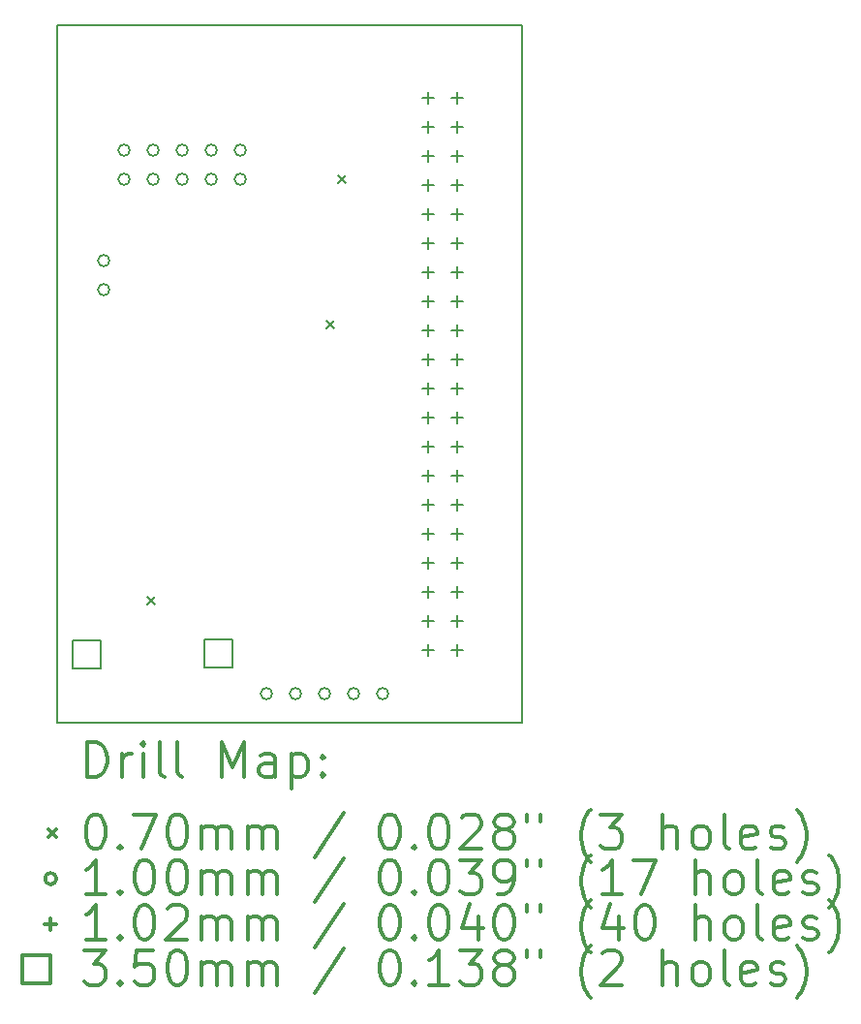
<source format=gbr>
%FSLAX45Y45*%
G04 Gerber Fmt 4.5, Leading zero omitted, Abs format (unit mm)*
G04 Created by KiCad (PCBNEW 4.0.6) date 10/02/17 17:06:12*
%MOMM*%
%LPD*%
G01*
G04 APERTURE LIST*
%ADD10C,0.127000*%
%ADD11C,0.150000*%
%ADD12C,0.200000*%
%ADD13C,0.300000*%
G04 APERTURE END LIST*
D10*
D11*
X13233400Y-5994400D02*
X13233400Y-12090400D01*
X17297400Y-5994400D02*
X13233400Y-5994400D01*
X17297400Y-12090400D02*
X13233400Y-12090400D01*
X17297400Y-5994400D02*
X17297400Y-12090400D01*
D12*
X14017550Y-10987330D02*
X14087550Y-11057330D01*
X14087550Y-10987330D02*
X14017550Y-11057330D01*
X15586000Y-8575600D02*
X15656000Y-8645600D01*
X15656000Y-8575600D02*
X15586000Y-8645600D01*
X15687600Y-7305600D02*
X15757600Y-7375600D01*
X15757600Y-7305600D02*
X15687600Y-7375600D01*
X13689800Y-8051800D02*
G75*
G03X13689800Y-8051800I-50000J0D01*
G01*
X13689800Y-8305800D02*
G75*
G03X13689800Y-8305800I-50000J0D01*
G01*
X13867600Y-7086600D02*
G75*
G03X13867600Y-7086600I-50000J0D01*
G01*
X13867600Y-7340600D02*
G75*
G03X13867600Y-7340600I-50000J0D01*
G01*
X14121600Y-7086600D02*
G75*
G03X14121600Y-7086600I-50000J0D01*
G01*
X14121600Y-7340600D02*
G75*
G03X14121600Y-7340600I-50000J0D01*
G01*
X14375600Y-7086600D02*
G75*
G03X14375600Y-7086600I-50000J0D01*
G01*
X14375600Y-7340600D02*
G75*
G03X14375600Y-7340600I-50000J0D01*
G01*
X14629600Y-7086600D02*
G75*
G03X14629600Y-7086600I-50000J0D01*
G01*
X14629600Y-7340600D02*
G75*
G03X14629600Y-7340600I-50000J0D01*
G01*
X14883600Y-7086600D02*
G75*
G03X14883600Y-7086600I-50000J0D01*
G01*
X14883600Y-7340600D02*
G75*
G03X14883600Y-7340600I-50000J0D01*
G01*
X15112200Y-11836400D02*
G75*
G03X15112200Y-11836400I-50000J0D01*
G01*
X15366200Y-11836400D02*
G75*
G03X15366200Y-11836400I-50000J0D01*
G01*
X15620200Y-11836400D02*
G75*
G03X15620200Y-11836400I-50000J0D01*
G01*
X15874200Y-11836400D02*
G75*
G03X15874200Y-11836400I-50000J0D01*
G01*
X16128200Y-11836400D02*
G75*
G03X16128200Y-11836400I-50000J0D01*
G01*
X16471900Y-6578600D02*
X16471900Y-6680200D01*
X16421100Y-6629400D02*
X16522700Y-6629400D01*
X16471900Y-6832600D02*
X16471900Y-6934200D01*
X16421100Y-6883400D02*
X16522700Y-6883400D01*
X16471900Y-7086600D02*
X16471900Y-7188200D01*
X16421100Y-7137400D02*
X16522700Y-7137400D01*
X16471900Y-7340600D02*
X16471900Y-7442200D01*
X16421100Y-7391400D02*
X16522700Y-7391400D01*
X16471900Y-7594600D02*
X16471900Y-7696200D01*
X16421100Y-7645400D02*
X16522700Y-7645400D01*
X16471900Y-7848600D02*
X16471900Y-7950200D01*
X16421100Y-7899400D02*
X16522700Y-7899400D01*
X16471900Y-8102600D02*
X16471900Y-8204200D01*
X16421100Y-8153400D02*
X16522700Y-8153400D01*
X16471900Y-8356600D02*
X16471900Y-8458200D01*
X16421100Y-8407400D02*
X16522700Y-8407400D01*
X16471900Y-8610600D02*
X16471900Y-8712200D01*
X16421100Y-8661400D02*
X16522700Y-8661400D01*
X16471900Y-8864600D02*
X16471900Y-8966200D01*
X16421100Y-8915400D02*
X16522700Y-8915400D01*
X16471900Y-9118600D02*
X16471900Y-9220200D01*
X16421100Y-9169400D02*
X16522700Y-9169400D01*
X16471900Y-9372600D02*
X16471900Y-9474200D01*
X16421100Y-9423400D02*
X16522700Y-9423400D01*
X16471900Y-9626600D02*
X16471900Y-9728200D01*
X16421100Y-9677400D02*
X16522700Y-9677400D01*
X16471900Y-9880600D02*
X16471900Y-9982200D01*
X16421100Y-9931400D02*
X16522700Y-9931400D01*
X16471900Y-10134600D02*
X16471900Y-10236200D01*
X16421100Y-10185400D02*
X16522700Y-10185400D01*
X16471900Y-10388600D02*
X16471900Y-10490200D01*
X16421100Y-10439400D02*
X16522700Y-10439400D01*
X16471900Y-10642600D02*
X16471900Y-10744200D01*
X16421100Y-10693400D02*
X16522700Y-10693400D01*
X16471900Y-10896600D02*
X16471900Y-10998200D01*
X16421100Y-10947400D02*
X16522700Y-10947400D01*
X16471900Y-11150600D02*
X16471900Y-11252200D01*
X16421100Y-11201400D02*
X16522700Y-11201400D01*
X16471900Y-11404600D02*
X16471900Y-11506200D01*
X16421100Y-11455400D02*
X16522700Y-11455400D01*
X16725900Y-6578600D02*
X16725900Y-6680200D01*
X16675100Y-6629400D02*
X16776700Y-6629400D01*
X16725900Y-6832600D02*
X16725900Y-6934200D01*
X16675100Y-6883400D02*
X16776700Y-6883400D01*
X16725900Y-7086600D02*
X16725900Y-7188200D01*
X16675100Y-7137400D02*
X16776700Y-7137400D01*
X16725900Y-7340600D02*
X16725900Y-7442200D01*
X16675100Y-7391400D02*
X16776700Y-7391400D01*
X16725900Y-7594600D02*
X16725900Y-7696200D01*
X16675100Y-7645400D02*
X16776700Y-7645400D01*
X16725900Y-7848600D02*
X16725900Y-7950200D01*
X16675100Y-7899400D02*
X16776700Y-7899400D01*
X16725900Y-8102600D02*
X16725900Y-8204200D01*
X16675100Y-8153400D02*
X16776700Y-8153400D01*
X16725900Y-8356600D02*
X16725900Y-8458200D01*
X16675100Y-8407400D02*
X16776700Y-8407400D01*
X16725900Y-8610600D02*
X16725900Y-8712200D01*
X16675100Y-8661400D02*
X16776700Y-8661400D01*
X16725900Y-8864600D02*
X16725900Y-8966200D01*
X16675100Y-8915400D02*
X16776700Y-8915400D01*
X16725900Y-9118600D02*
X16725900Y-9220200D01*
X16675100Y-9169400D02*
X16776700Y-9169400D01*
X16725900Y-9372600D02*
X16725900Y-9474200D01*
X16675100Y-9423400D02*
X16776700Y-9423400D01*
X16725900Y-9626600D02*
X16725900Y-9728200D01*
X16675100Y-9677400D02*
X16776700Y-9677400D01*
X16725900Y-9880600D02*
X16725900Y-9982200D01*
X16675100Y-9931400D02*
X16776700Y-9931400D01*
X16725900Y-10134600D02*
X16725900Y-10236200D01*
X16675100Y-10185400D02*
X16776700Y-10185400D01*
X16725900Y-10388600D02*
X16725900Y-10490200D01*
X16675100Y-10439400D02*
X16776700Y-10439400D01*
X16725900Y-10642600D02*
X16725900Y-10744200D01*
X16675100Y-10693400D02*
X16776700Y-10693400D01*
X16725900Y-10896600D02*
X16725900Y-10998200D01*
X16675100Y-10947400D02*
X16776700Y-10947400D01*
X16725900Y-11150600D02*
X16725900Y-11252200D01*
X16675100Y-11201400D02*
X16776700Y-11201400D01*
X16725900Y-11404600D02*
X16725900Y-11506200D01*
X16675100Y-11455400D02*
X16776700Y-11455400D01*
X13612415Y-11614705D02*
X13612415Y-11367215D01*
X13364925Y-11367215D01*
X13364925Y-11614705D01*
X13612415Y-11614705D01*
X14768115Y-11612165D02*
X14768115Y-11364675D01*
X14520625Y-11364675D01*
X14520625Y-11612165D01*
X14768115Y-11612165D01*
D13*
X13497328Y-12563614D02*
X13497328Y-12263614D01*
X13568757Y-12263614D01*
X13611614Y-12277900D01*
X13640186Y-12306471D01*
X13654471Y-12335043D01*
X13668757Y-12392186D01*
X13668757Y-12435043D01*
X13654471Y-12492186D01*
X13640186Y-12520757D01*
X13611614Y-12549329D01*
X13568757Y-12563614D01*
X13497328Y-12563614D01*
X13797328Y-12563614D02*
X13797328Y-12363614D01*
X13797328Y-12420757D02*
X13811614Y-12392186D01*
X13825900Y-12377900D01*
X13854471Y-12363614D01*
X13883043Y-12363614D01*
X13983043Y-12563614D02*
X13983043Y-12363614D01*
X13983043Y-12263614D02*
X13968757Y-12277900D01*
X13983043Y-12292186D01*
X13997328Y-12277900D01*
X13983043Y-12263614D01*
X13983043Y-12292186D01*
X14168757Y-12563614D02*
X14140186Y-12549329D01*
X14125900Y-12520757D01*
X14125900Y-12263614D01*
X14325900Y-12563614D02*
X14297328Y-12549329D01*
X14283043Y-12520757D01*
X14283043Y-12263614D01*
X14668757Y-12563614D02*
X14668757Y-12263614D01*
X14768757Y-12477900D01*
X14868757Y-12263614D01*
X14868757Y-12563614D01*
X15140186Y-12563614D02*
X15140186Y-12406471D01*
X15125900Y-12377900D01*
X15097328Y-12363614D01*
X15040186Y-12363614D01*
X15011614Y-12377900D01*
X15140186Y-12549329D02*
X15111614Y-12563614D01*
X15040186Y-12563614D01*
X15011614Y-12549329D01*
X14997328Y-12520757D01*
X14997328Y-12492186D01*
X15011614Y-12463614D01*
X15040186Y-12449329D01*
X15111614Y-12449329D01*
X15140186Y-12435043D01*
X15283043Y-12363614D02*
X15283043Y-12663614D01*
X15283043Y-12377900D02*
X15311614Y-12363614D01*
X15368757Y-12363614D01*
X15397328Y-12377900D01*
X15411614Y-12392186D01*
X15425900Y-12420757D01*
X15425900Y-12506471D01*
X15411614Y-12535043D01*
X15397328Y-12549329D01*
X15368757Y-12563614D01*
X15311614Y-12563614D01*
X15283043Y-12549329D01*
X15554471Y-12535043D02*
X15568757Y-12549329D01*
X15554471Y-12563614D01*
X15540186Y-12549329D01*
X15554471Y-12535043D01*
X15554471Y-12563614D01*
X15554471Y-12377900D02*
X15568757Y-12392186D01*
X15554471Y-12406471D01*
X15540186Y-12392186D01*
X15554471Y-12377900D01*
X15554471Y-12406471D01*
X13155900Y-13022900D02*
X13225900Y-13092900D01*
X13225900Y-13022900D02*
X13155900Y-13092900D01*
X13554471Y-12893614D02*
X13583043Y-12893614D01*
X13611614Y-12907900D01*
X13625900Y-12922186D01*
X13640186Y-12950757D01*
X13654471Y-13007900D01*
X13654471Y-13079329D01*
X13640186Y-13136471D01*
X13625900Y-13165043D01*
X13611614Y-13179329D01*
X13583043Y-13193614D01*
X13554471Y-13193614D01*
X13525900Y-13179329D01*
X13511614Y-13165043D01*
X13497328Y-13136471D01*
X13483043Y-13079329D01*
X13483043Y-13007900D01*
X13497328Y-12950757D01*
X13511614Y-12922186D01*
X13525900Y-12907900D01*
X13554471Y-12893614D01*
X13783043Y-13165043D02*
X13797328Y-13179329D01*
X13783043Y-13193614D01*
X13768757Y-13179329D01*
X13783043Y-13165043D01*
X13783043Y-13193614D01*
X13897328Y-12893614D02*
X14097328Y-12893614D01*
X13968757Y-13193614D01*
X14268757Y-12893614D02*
X14297328Y-12893614D01*
X14325900Y-12907900D01*
X14340186Y-12922186D01*
X14354471Y-12950757D01*
X14368757Y-13007900D01*
X14368757Y-13079329D01*
X14354471Y-13136471D01*
X14340186Y-13165043D01*
X14325900Y-13179329D01*
X14297328Y-13193614D01*
X14268757Y-13193614D01*
X14240186Y-13179329D01*
X14225900Y-13165043D01*
X14211614Y-13136471D01*
X14197328Y-13079329D01*
X14197328Y-13007900D01*
X14211614Y-12950757D01*
X14225900Y-12922186D01*
X14240186Y-12907900D01*
X14268757Y-12893614D01*
X14497328Y-13193614D02*
X14497328Y-12993614D01*
X14497328Y-13022186D02*
X14511614Y-13007900D01*
X14540186Y-12993614D01*
X14583043Y-12993614D01*
X14611614Y-13007900D01*
X14625900Y-13036471D01*
X14625900Y-13193614D01*
X14625900Y-13036471D02*
X14640186Y-13007900D01*
X14668757Y-12993614D01*
X14711614Y-12993614D01*
X14740186Y-13007900D01*
X14754471Y-13036471D01*
X14754471Y-13193614D01*
X14897328Y-13193614D02*
X14897328Y-12993614D01*
X14897328Y-13022186D02*
X14911614Y-13007900D01*
X14940186Y-12993614D01*
X14983043Y-12993614D01*
X15011614Y-13007900D01*
X15025900Y-13036471D01*
X15025900Y-13193614D01*
X15025900Y-13036471D02*
X15040186Y-13007900D01*
X15068757Y-12993614D01*
X15111614Y-12993614D01*
X15140186Y-13007900D01*
X15154471Y-13036471D01*
X15154471Y-13193614D01*
X15740186Y-12879329D02*
X15483043Y-13265043D01*
X16125900Y-12893614D02*
X16154471Y-12893614D01*
X16183043Y-12907900D01*
X16197328Y-12922186D01*
X16211614Y-12950757D01*
X16225900Y-13007900D01*
X16225900Y-13079329D01*
X16211614Y-13136471D01*
X16197328Y-13165043D01*
X16183043Y-13179329D01*
X16154471Y-13193614D01*
X16125900Y-13193614D01*
X16097328Y-13179329D01*
X16083043Y-13165043D01*
X16068757Y-13136471D01*
X16054471Y-13079329D01*
X16054471Y-13007900D01*
X16068757Y-12950757D01*
X16083043Y-12922186D01*
X16097328Y-12907900D01*
X16125900Y-12893614D01*
X16354471Y-13165043D02*
X16368757Y-13179329D01*
X16354471Y-13193614D01*
X16340186Y-13179329D01*
X16354471Y-13165043D01*
X16354471Y-13193614D01*
X16554471Y-12893614D02*
X16583043Y-12893614D01*
X16611614Y-12907900D01*
X16625900Y-12922186D01*
X16640185Y-12950757D01*
X16654471Y-13007900D01*
X16654471Y-13079329D01*
X16640185Y-13136471D01*
X16625900Y-13165043D01*
X16611614Y-13179329D01*
X16583043Y-13193614D01*
X16554471Y-13193614D01*
X16525900Y-13179329D01*
X16511614Y-13165043D01*
X16497328Y-13136471D01*
X16483043Y-13079329D01*
X16483043Y-13007900D01*
X16497328Y-12950757D01*
X16511614Y-12922186D01*
X16525900Y-12907900D01*
X16554471Y-12893614D01*
X16768757Y-12922186D02*
X16783043Y-12907900D01*
X16811614Y-12893614D01*
X16883043Y-12893614D01*
X16911614Y-12907900D01*
X16925900Y-12922186D01*
X16940186Y-12950757D01*
X16940186Y-12979329D01*
X16925900Y-13022186D01*
X16754471Y-13193614D01*
X16940186Y-13193614D01*
X17111614Y-13022186D02*
X17083043Y-13007900D01*
X17068757Y-12993614D01*
X17054471Y-12965043D01*
X17054471Y-12950757D01*
X17068757Y-12922186D01*
X17083043Y-12907900D01*
X17111614Y-12893614D01*
X17168757Y-12893614D01*
X17197328Y-12907900D01*
X17211614Y-12922186D01*
X17225900Y-12950757D01*
X17225900Y-12965043D01*
X17211614Y-12993614D01*
X17197328Y-13007900D01*
X17168757Y-13022186D01*
X17111614Y-13022186D01*
X17083043Y-13036471D01*
X17068757Y-13050757D01*
X17054471Y-13079329D01*
X17054471Y-13136471D01*
X17068757Y-13165043D01*
X17083043Y-13179329D01*
X17111614Y-13193614D01*
X17168757Y-13193614D01*
X17197328Y-13179329D01*
X17211614Y-13165043D01*
X17225900Y-13136471D01*
X17225900Y-13079329D01*
X17211614Y-13050757D01*
X17197328Y-13036471D01*
X17168757Y-13022186D01*
X17340186Y-12893614D02*
X17340186Y-12950757D01*
X17454471Y-12893614D02*
X17454471Y-12950757D01*
X17897328Y-13307900D02*
X17883043Y-13293614D01*
X17854471Y-13250757D01*
X17840186Y-13222186D01*
X17825900Y-13179329D01*
X17811614Y-13107900D01*
X17811614Y-13050757D01*
X17825900Y-12979329D01*
X17840186Y-12936471D01*
X17854471Y-12907900D01*
X17883043Y-12865043D01*
X17897328Y-12850757D01*
X17983043Y-12893614D02*
X18168757Y-12893614D01*
X18068757Y-13007900D01*
X18111614Y-13007900D01*
X18140186Y-13022186D01*
X18154471Y-13036471D01*
X18168757Y-13065043D01*
X18168757Y-13136471D01*
X18154471Y-13165043D01*
X18140186Y-13179329D01*
X18111614Y-13193614D01*
X18025900Y-13193614D01*
X17997328Y-13179329D01*
X17983043Y-13165043D01*
X18525900Y-13193614D02*
X18525900Y-12893614D01*
X18654471Y-13193614D02*
X18654471Y-13036471D01*
X18640186Y-13007900D01*
X18611614Y-12993614D01*
X18568757Y-12993614D01*
X18540186Y-13007900D01*
X18525900Y-13022186D01*
X18840186Y-13193614D02*
X18811614Y-13179329D01*
X18797328Y-13165043D01*
X18783043Y-13136471D01*
X18783043Y-13050757D01*
X18797328Y-13022186D01*
X18811614Y-13007900D01*
X18840186Y-12993614D01*
X18883043Y-12993614D01*
X18911614Y-13007900D01*
X18925900Y-13022186D01*
X18940186Y-13050757D01*
X18940186Y-13136471D01*
X18925900Y-13165043D01*
X18911614Y-13179329D01*
X18883043Y-13193614D01*
X18840186Y-13193614D01*
X19111614Y-13193614D02*
X19083043Y-13179329D01*
X19068757Y-13150757D01*
X19068757Y-12893614D01*
X19340186Y-13179329D02*
X19311614Y-13193614D01*
X19254471Y-13193614D01*
X19225900Y-13179329D01*
X19211614Y-13150757D01*
X19211614Y-13036471D01*
X19225900Y-13007900D01*
X19254471Y-12993614D01*
X19311614Y-12993614D01*
X19340186Y-13007900D01*
X19354471Y-13036471D01*
X19354471Y-13065043D01*
X19211614Y-13093614D01*
X19468757Y-13179329D02*
X19497329Y-13193614D01*
X19554471Y-13193614D01*
X19583043Y-13179329D01*
X19597329Y-13150757D01*
X19597329Y-13136471D01*
X19583043Y-13107900D01*
X19554471Y-13093614D01*
X19511614Y-13093614D01*
X19483043Y-13079329D01*
X19468757Y-13050757D01*
X19468757Y-13036471D01*
X19483043Y-13007900D01*
X19511614Y-12993614D01*
X19554471Y-12993614D01*
X19583043Y-13007900D01*
X19697328Y-13307900D02*
X19711614Y-13293614D01*
X19740186Y-13250757D01*
X19754471Y-13222186D01*
X19768757Y-13179329D01*
X19783043Y-13107900D01*
X19783043Y-13050757D01*
X19768757Y-12979329D01*
X19754471Y-12936471D01*
X19740186Y-12907900D01*
X19711614Y-12865043D01*
X19697328Y-12850757D01*
X13225900Y-13453900D02*
G75*
G03X13225900Y-13453900I-50000J0D01*
G01*
X13654471Y-13589614D02*
X13483043Y-13589614D01*
X13568757Y-13589614D02*
X13568757Y-13289614D01*
X13540186Y-13332471D01*
X13511614Y-13361043D01*
X13483043Y-13375329D01*
X13783043Y-13561043D02*
X13797328Y-13575329D01*
X13783043Y-13589614D01*
X13768757Y-13575329D01*
X13783043Y-13561043D01*
X13783043Y-13589614D01*
X13983043Y-13289614D02*
X14011614Y-13289614D01*
X14040186Y-13303900D01*
X14054471Y-13318186D01*
X14068757Y-13346757D01*
X14083043Y-13403900D01*
X14083043Y-13475329D01*
X14068757Y-13532471D01*
X14054471Y-13561043D01*
X14040186Y-13575329D01*
X14011614Y-13589614D01*
X13983043Y-13589614D01*
X13954471Y-13575329D01*
X13940186Y-13561043D01*
X13925900Y-13532471D01*
X13911614Y-13475329D01*
X13911614Y-13403900D01*
X13925900Y-13346757D01*
X13940186Y-13318186D01*
X13954471Y-13303900D01*
X13983043Y-13289614D01*
X14268757Y-13289614D02*
X14297328Y-13289614D01*
X14325900Y-13303900D01*
X14340186Y-13318186D01*
X14354471Y-13346757D01*
X14368757Y-13403900D01*
X14368757Y-13475329D01*
X14354471Y-13532471D01*
X14340186Y-13561043D01*
X14325900Y-13575329D01*
X14297328Y-13589614D01*
X14268757Y-13589614D01*
X14240186Y-13575329D01*
X14225900Y-13561043D01*
X14211614Y-13532471D01*
X14197328Y-13475329D01*
X14197328Y-13403900D01*
X14211614Y-13346757D01*
X14225900Y-13318186D01*
X14240186Y-13303900D01*
X14268757Y-13289614D01*
X14497328Y-13589614D02*
X14497328Y-13389614D01*
X14497328Y-13418186D02*
X14511614Y-13403900D01*
X14540186Y-13389614D01*
X14583043Y-13389614D01*
X14611614Y-13403900D01*
X14625900Y-13432471D01*
X14625900Y-13589614D01*
X14625900Y-13432471D02*
X14640186Y-13403900D01*
X14668757Y-13389614D01*
X14711614Y-13389614D01*
X14740186Y-13403900D01*
X14754471Y-13432471D01*
X14754471Y-13589614D01*
X14897328Y-13589614D02*
X14897328Y-13389614D01*
X14897328Y-13418186D02*
X14911614Y-13403900D01*
X14940186Y-13389614D01*
X14983043Y-13389614D01*
X15011614Y-13403900D01*
X15025900Y-13432471D01*
X15025900Y-13589614D01*
X15025900Y-13432471D02*
X15040186Y-13403900D01*
X15068757Y-13389614D01*
X15111614Y-13389614D01*
X15140186Y-13403900D01*
X15154471Y-13432471D01*
X15154471Y-13589614D01*
X15740186Y-13275329D02*
X15483043Y-13661043D01*
X16125900Y-13289614D02*
X16154471Y-13289614D01*
X16183043Y-13303900D01*
X16197328Y-13318186D01*
X16211614Y-13346757D01*
X16225900Y-13403900D01*
X16225900Y-13475329D01*
X16211614Y-13532471D01*
X16197328Y-13561043D01*
X16183043Y-13575329D01*
X16154471Y-13589614D01*
X16125900Y-13589614D01*
X16097328Y-13575329D01*
X16083043Y-13561043D01*
X16068757Y-13532471D01*
X16054471Y-13475329D01*
X16054471Y-13403900D01*
X16068757Y-13346757D01*
X16083043Y-13318186D01*
X16097328Y-13303900D01*
X16125900Y-13289614D01*
X16354471Y-13561043D02*
X16368757Y-13575329D01*
X16354471Y-13589614D01*
X16340186Y-13575329D01*
X16354471Y-13561043D01*
X16354471Y-13589614D01*
X16554471Y-13289614D02*
X16583043Y-13289614D01*
X16611614Y-13303900D01*
X16625900Y-13318186D01*
X16640185Y-13346757D01*
X16654471Y-13403900D01*
X16654471Y-13475329D01*
X16640185Y-13532471D01*
X16625900Y-13561043D01*
X16611614Y-13575329D01*
X16583043Y-13589614D01*
X16554471Y-13589614D01*
X16525900Y-13575329D01*
X16511614Y-13561043D01*
X16497328Y-13532471D01*
X16483043Y-13475329D01*
X16483043Y-13403900D01*
X16497328Y-13346757D01*
X16511614Y-13318186D01*
X16525900Y-13303900D01*
X16554471Y-13289614D01*
X16754471Y-13289614D02*
X16940186Y-13289614D01*
X16840186Y-13403900D01*
X16883043Y-13403900D01*
X16911614Y-13418186D01*
X16925900Y-13432471D01*
X16940186Y-13461043D01*
X16940186Y-13532471D01*
X16925900Y-13561043D01*
X16911614Y-13575329D01*
X16883043Y-13589614D01*
X16797328Y-13589614D01*
X16768757Y-13575329D01*
X16754471Y-13561043D01*
X17083043Y-13589614D02*
X17140186Y-13589614D01*
X17168757Y-13575329D01*
X17183043Y-13561043D01*
X17211614Y-13518186D01*
X17225900Y-13461043D01*
X17225900Y-13346757D01*
X17211614Y-13318186D01*
X17197328Y-13303900D01*
X17168757Y-13289614D01*
X17111614Y-13289614D01*
X17083043Y-13303900D01*
X17068757Y-13318186D01*
X17054471Y-13346757D01*
X17054471Y-13418186D01*
X17068757Y-13446757D01*
X17083043Y-13461043D01*
X17111614Y-13475329D01*
X17168757Y-13475329D01*
X17197328Y-13461043D01*
X17211614Y-13446757D01*
X17225900Y-13418186D01*
X17340186Y-13289614D02*
X17340186Y-13346757D01*
X17454471Y-13289614D02*
X17454471Y-13346757D01*
X17897328Y-13703900D02*
X17883043Y-13689614D01*
X17854471Y-13646757D01*
X17840186Y-13618186D01*
X17825900Y-13575329D01*
X17811614Y-13503900D01*
X17811614Y-13446757D01*
X17825900Y-13375329D01*
X17840186Y-13332471D01*
X17854471Y-13303900D01*
X17883043Y-13261043D01*
X17897328Y-13246757D01*
X18168757Y-13589614D02*
X17997328Y-13589614D01*
X18083043Y-13589614D02*
X18083043Y-13289614D01*
X18054471Y-13332471D01*
X18025900Y-13361043D01*
X17997328Y-13375329D01*
X18268757Y-13289614D02*
X18468757Y-13289614D01*
X18340186Y-13589614D01*
X18811614Y-13589614D02*
X18811614Y-13289614D01*
X18940186Y-13589614D02*
X18940186Y-13432471D01*
X18925900Y-13403900D01*
X18897328Y-13389614D01*
X18854471Y-13389614D01*
X18825900Y-13403900D01*
X18811614Y-13418186D01*
X19125900Y-13589614D02*
X19097328Y-13575329D01*
X19083043Y-13561043D01*
X19068757Y-13532471D01*
X19068757Y-13446757D01*
X19083043Y-13418186D01*
X19097328Y-13403900D01*
X19125900Y-13389614D01*
X19168757Y-13389614D01*
X19197328Y-13403900D01*
X19211614Y-13418186D01*
X19225900Y-13446757D01*
X19225900Y-13532471D01*
X19211614Y-13561043D01*
X19197328Y-13575329D01*
X19168757Y-13589614D01*
X19125900Y-13589614D01*
X19397328Y-13589614D02*
X19368757Y-13575329D01*
X19354471Y-13546757D01*
X19354471Y-13289614D01*
X19625900Y-13575329D02*
X19597329Y-13589614D01*
X19540186Y-13589614D01*
X19511614Y-13575329D01*
X19497329Y-13546757D01*
X19497329Y-13432471D01*
X19511614Y-13403900D01*
X19540186Y-13389614D01*
X19597329Y-13389614D01*
X19625900Y-13403900D01*
X19640186Y-13432471D01*
X19640186Y-13461043D01*
X19497329Y-13489614D01*
X19754471Y-13575329D02*
X19783043Y-13589614D01*
X19840186Y-13589614D01*
X19868757Y-13575329D01*
X19883043Y-13546757D01*
X19883043Y-13532471D01*
X19868757Y-13503900D01*
X19840186Y-13489614D01*
X19797329Y-13489614D01*
X19768757Y-13475329D01*
X19754471Y-13446757D01*
X19754471Y-13432471D01*
X19768757Y-13403900D01*
X19797329Y-13389614D01*
X19840186Y-13389614D01*
X19868757Y-13403900D01*
X19983043Y-13703900D02*
X19997329Y-13689614D01*
X20025900Y-13646757D01*
X20040186Y-13618186D01*
X20054471Y-13575329D01*
X20068757Y-13503900D01*
X20068757Y-13446757D01*
X20054471Y-13375329D01*
X20040186Y-13332471D01*
X20025900Y-13303900D01*
X19997329Y-13261043D01*
X19983043Y-13246757D01*
X13175100Y-13799100D02*
X13175100Y-13900700D01*
X13124300Y-13849900D02*
X13225900Y-13849900D01*
X13654471Y-13985614D02*
X13483043Y-13985614D01*
X13568757Y-13985614D02*
X13568757Y-13685614D01*
X13540186Y-13728471D01*
X13511614Y-13757043D01*
X13483043Y-13771329D01*
X13783043Y-13957043D02*
X13797328Y-13971329D01*
X13783043Y-13985614D01*
X13768757Y-13971329D01*
X13783043Y-13957043D01*
X13783043Y-13985614D01*
X13983043Y-13685614D02*
X14011614Y-13685614D01*
X14040186Y-13699900D01*
X14054471Y-13714186D01*
X14068757Y-13742757D01*
X14083043Y-13799900D01*
X14083043Y-13871329D01*
X14068757Y-13928471D01*
X14054471Y-13957043D01*
X14040186Y-13971329D01*
X14011614Y-13985614D01*
X13983043Y-13985614D01*
X13954471Y-13971329D01*
X13940186Y-13957043D01*
X13925900Y-13928471D01*
X13911614Y-13871329D01*
X13911614Y-13799900D01*
X13925900Y-13742757D01*
X13940186Y-13714186D01*
X13954471Y-13699900D01*
X13983043Y-13685614D01*
X14197328Y-13714186D02*
X14211614Y-13699900D01*
X14240186Y-13685614D01*
X14311614Y-13685614D01*
X14340186Y-13699900D01*
X14354471Y-13714186D01*
X14368757Y-13742757D01*
X14368757Y-13771329D01*
X14354471Y-13814186D01*
X14183043Y-13985614D01*
X14368757Y-13985614D01*
X14497328Y-13985614D02*
X14497328Y-13785614D01*
X14497328Y-13814186D02*
X14511614Y-13799900D01*
X14540186Y-13785614D01*
X14583043Y-13785614D01*
X14611614Y-13799900D01*
X14625900Y-13828471D01*
X14625900Y-13985614D01*
X14625900Y-13828471D02*
X14640186Y-13799900D01*
X14668757Y-13785614D01*
X14711614Y-13785614D01*
X14740186Y-13799900D01*
X14754471Y-13828471D01*
X14754471Y-13985614D01*
X14897328Y-13985614D02*
X14897328Y-13785614D01*
X14897328Y-13814186D02*
X14911614Y-13799900D01*
X14940186Y-13785614D01*
X14983043Y-13785614D01*
X15011614Y-13799900D01*
X15025900Y-13828471D01*
X15025900Y-13985614D01*
X15025900Y-13828471D02*
X15040186Y-13799900D01*
X15068757Y-13785614D01*
X15111614Y-13785614D01*
X15140186Y-13799900D01*
X15154471Y-13828471D01*
X15154471Y-13985614D01*
X15740186Y-13671329D02*
X15483043Y-14057043D01*
X16125900Y-13685614D02*
X16154471Y-13685614D01*
X16183043Y-13699900D01*
X16197328Y-13714186D01*
X16211614Y-13742757D01*
X16225900Y-13799900D01*
X16225900Y-13871329D01*
X16211614Y-13928471D01*
X16197328Y-13957043D01*
X16183043Y-13971329D01*
X16154471Y-13985614D01*
X16125900Y-13985614D01*
X16097328Y-13971329D01*
X16083043Y-13957043D01*
X16068757Y-13928471D01*
X16054471Y-13871329D01*
X16054471Y-13799900D01*
X16068757Y-13742757D01*
X16083043Y-13714186D01*
X16097328Y-13699900D01*
X16125900Y-13685614D01*
X16354471Y-13957043D02*
X16368757Y-13971329D01*
X16354471Y-13985614D01*
X16340186Y-13971329D01*
X16354471Y-13957043D01*
X16354471Y-13985614D01*
X16554471Y-13685614D02*
X16583043Y-13685614D01*
X16611614Y-13699900D01*
X16625900Y-13714186D01*
X16640185Y-13742757D01*
X16654471Y-13799900D01*
X16654471Y-13871329D01*
X16640185Y-13928471D01*
X16625900Y-13957043D01*
X16611614Y-13971329D01*
X16583043Y-13985614D01*
X16554471Y-13985614D01*
X16525900Y-13971329D01*
X16511614Y-13957043D01*
X16497328Y-13928471D01*
X16483043Y-13871329D01*
X16483043Y-13799900D01*
X16497328Y-13742757D01*
X16511614Y-13714186D01*
X16525900Y-13699900D01*
X16554471Y-13685614D01*
X16911614Y-13785614D02*
X16911614Y-13985614D01*
X16840186Y-13671329D02*
X16768757Y-13885614D01*
X16954471Y-13885614D01*
X17125900Y-13685614D02*
X17154471Y-13685614D01*
X17183043Y-13699900D01*
X17197328Y-13714186D01*
X17211614Y-13742757D01*
X17225900Y-13799900D01*
X17225900Y-13871329D01*
X17211614Y-13928471D01*
X17197328Y-13957043D01*
X17183043Y-13971329D01*
X17154471Y-13985614D01*
X17125900Y-13985614D01*
X17097328Y-13971329D01*
X17083043Y-13957043D01*
X17068757Y-13928471D01*
X17054471Y-13871329D01*
X17054471Y-13799900D01*
X17068757Y-13742757D01*
X17083043Y-13714186D01*
X17097328Y-13699900D01*
X17125900Y-13685614D01*
X17340186Y-13685614D02*
X17340186Y-13742757D01*
X17454471Y-13685614D02*
X17454471Y-13742757D01*
X17897328Y-14099900D02*
X17883043Y-14085614D01*
X17854471Y-14042757D01*
X17840186Y-14014186D01*
X17825900Y-13971329D01*
X17811614Y-13899900D01*
X17811614Y-13842757D01*
X17825900Y-13771329D01*
X17840186Y-13728471D01*
X17854471Y-13699900D01*
X17883043Y-13657043D01*
X17897328Y-13642757D01*
X18140186Y-13785614D02*
X18140186Y-13985614D01*
X18068757Y-13671329D02*
X17997328Y-13885614D01*
X18183043Y-13885614D01*
X18354471Y-13685614D02*
X18383043Y-13685614D01*
X18411614Y-13699900D01*
X18425900Y-13714186D01*
X18440186Y-13742757D01*
X18454471Y-13799900D01*
X18454471Y-13871329D01*
X18440186Y-13928471D01*
X18425900Y-13957043D01*
X18411614Y-13971329D01*
X18383043Y-13985614D01*
X18354471Y-13985614D01*
X18325900Y-13971329D01*
X18311614Y-13957043D01*
X18297328Y-13928471D01*
X18283043Y-13871329D01*
X18283043Y-13799900D01*
X18297328Y-13742757D01*
X18311614Y-13714186D01*
X18325900Y-13699900D01*
X18354471Y-13685614D01*
X18811614Y-13985614D02*
X18811614Y-13685614D01*
X18940186Y-13985614D02*
X18940186Y-13828471D01*
X18925900Y-13799900D01*
X18897328Y-13785614D01*
X18854471Y-13785614D01*
X18825900Y-13799900D01*
X18811614Y-13814186D01*
X19125900Y-13985614D02*
X19097328Y-13971329D01*
X19083043Y-13957043D01*
X19068757Y-13928471D01*
X19068757Y-13842757D01*
X19083043Y-13814186D01*
X19097328Y-13799900D01*
X19125900Y-13785614D01*
X19168757Y-13785614D01*
X19197328Y-13799900D01*
X19211614Y-13814186D01*
X19225900Y-13842757D01*
X19225900Y-13928471D01*
X19211614Y-13957043D01*
X19197328Y-13971329D01*
X19168757Y-13985614D01*
X19125900Y-13985614D01*
X19397328Y-13985614D02*
X19368757Y-13971329D01*
X19354471Y-13942757D01*
X19354471Y-13685614D01*
X19625900Y-13971329D02*
X19597329Y-13985614D01*
X19540186Y-13985614D01*
X19511614Y-13971329D01*
X19497329Y-13942757D01*
X19497329Y-13828471D01*
X19511614Y-13799900D01*
X19540186Y-13785614D01*
X19597329Y-13785614D01*
X19625900Y-13799900D01*
X19640186Y-13828471D01*
X19640186Y-13857043D01*
X19497329Y-13885614D01*
X19754471Y-13971329D02*
X19783043Y-13985614D01*
X19840186Y-13985614D01*
X19868757Y-13971329D01*
X19883043Y-13942757D01*
X19883043Y-13928471D01*
X19868757Y-13899900D01*
X19840186Y-13885614D01*
X19797329Y-13885614D01*
X19768757Y-13871329D01*
X19754471Y-13842757D01*
X19754471Y-13828471D01*
X19768757Y-13799900D01*
X19797329Y-13785614D01*
X19840186Y-13785614D01*
X19868757Y-13799900D01*
X19983043Y-14099900D02*
X19997329Y-14085614D01*
X20025900Y-14042757D01*
X20040186Y-14014186D01*
X20054471Y-13971329D01*
X20068757Y-13899900D01*
X20068757Y-13842757D01*
X20054471Y-13771329D01*
X20040186Y-13728471D01*
X20025900Y-13699900D01*
X19997329Y-13657043D01*
X19983043Y-13642757D01*
X13174645Y-14369645D02*
X13174645Y-14122155D01*
X12927155Y-14122155D01*
X12927155Y-14369645D01*
X13174645Y-14369645D01*
X13468757Y-14081614D02*
X13654471Y-14081614D01*
X13554471Y-14195900D01*
X13597328Y-14195900D01*
X13625900Y-14210186D01*
X13640186Y-14224471D01*
X13654471Y-14253043D01*
X13654471Y-14324471D01*
X13640186Y-14353043D01*
X13625900Y-14367329D01*
X13597328Y-14381614D01*
X13511614Y-14381614D01*
X13483043Y-14367329D01*
X13468757Y-14353043D01*
X13783043Y-14353043D02*
X13797328Y-14367329D01*
X13783043Y-14381614D01*
X13768757Y-14367329D01*
X13783043Y-14353043D01*
X13783043Y-14381614D01*
X14068757Y-14081614D02*
X13925900Y-14081614D01*
X13911614Y-14224471D01*
X13925900Y-14210186D01*
X13954471Y-14195900D01*
X14025900Y-14195900D01*
X14054471Y-14210186D01*
X14068757Y-14224471D01*
X14083043Y-14253043D01*
X14083043Y-14324471D01*
X14068757Y-14353043D01*
X14054471Y-14367329D01*
X14025900Y-14381614D01*
X13954471Y-14381614D01*
X13925900Y-14367329D01*
X13911614Y-14353043D01*
X14268757Y-14081614D02*
X14297328Y-14081614D01*
X14325900Y-14095900D01*
X14340186Y-14110186D01*
X14354471Y-14138757D01*
X14368757Y-14195900D01*
X14368757Y-14267329D01*
X14354471Y-14324471D01*
X14340186Y-14353043D01*
X14325900Y-14367329D01*
X14297328Y-14381614D01*
X14268757Y-14381614D01*
X14240186Y-14367329D01*
X14225900Y-14353043D01*
X14211614Y-14324471D01*
X14197328Y-14267329D01*
X14197328Y-14195900D01*
X14211614Y-14138757D01*
X14225900Y-14110186D01*
X14240186Y-14095900D01*
X14268757Y-14081614D01*
X14497328Y-14381614D02*
X14497328Y-14181614D01*
X14497328Y-14210186D02*
X14511614Y-14195900D01*
X14540186Y-14181614D01*
X14583043Y-14181614D01*
X14611614Y-14195900D01*
X14625900Y-14224471D01*
X14625900Y-14381614D01*
X14625900Y-14224471D02*
X14640186Y-14195900D01*
X14668757Y-14181614D01*
X14711614Y-14181614D01*
X14740186Y-14195900D01*
X14754471Y-14224471D01*
X14754471Y-14381614D01*
X14897328Y-14381614D02*
X14897328Y-14181614D01*
X14897328Y-14210186D02*
X14911614Y-14195900D01*
X14940186Y-14181614D01*
X14983043Y-14181614D01*
X15011614Y-14195900D01*
X15025900Y-14224471D01*
X15025900Y-14381614D01*
X15025900Y-14224471D02*
X15040186Y-14195900D01*
X15068757Y-14181614D01*
X15111614Y-14181614D01*
X15140186Y-14195900D01*
X15154471Y-14224471D01*
X15154471Y-14381614D01*
X15740186Y-14067329D02*
X15483043Y-14453043D01*
X16125900Y-14081614D02*
X16154471Y-14081614D01*
X16183043Y-14095900D01*
X16197328Y-14110186D01*
X16211614Y-14138757D01*
X16225900Y-14195900D01*
X16225900Y-14267329D01*
X16211614Y-14324471D01*
X16197328Y-14353043D01*
X16183043Y-14367329D01*
X16154471Y-14381614D01*
X16125900Y-14381614D01*
X16097328Y-14367329D01*
X16083043Y-14353043D01*
X16068757Y-14324471D01*
X16054471Y-14267329D01*
X16054471Y-14195900D01*
X16068757Y-14138757D01*
X16083043Y-14110186D01*
X16097328Y-14095900D01*
X16125900Y-14081614D01*
X16354471Y-14353043D02*
X16368757Y-14367329D01*
X16354471Y-14381614D01*
X16340186Y-14367329D01*
X16354471Y-14353043D01*
X16354471Y-14381614D01*
X16654471Y-14381614D02*
X16483043Y-14381614D01*
X16568757Y-14381614D02*
X16568757Y-14081614D01*
X16540185Y-14124471D01*
X16511614Y-14153043D01*
X16483043Y-14167329D01*
X16754471Y-14081614D02*
X16940186Y-14081614D01*
X16840186Y-14195900D01*
X16883043Y-14195900D01*
X16911614Y-14210186D01*
X16925900Y-14224471D01*
X16940186Y-14253043D01*
X16940186Y-14324471D01*
X16925900Y-14353043D01*
X16911614Y-14367329D01*
X16883043Y-14381614D01*
X16797328Y-14381614D01*
X16768757Y-14367329D01*
X16754471Y-14353043D01*
X17111614Y-14210186D02*
X17083043Y-14195900D01*
X17068757Y-14181614D01*
X17054471Y-14153043D01*
X17054471Y-14138757D01*
X17068757Y-14110186D01*
X17083043Y-14095900D01*
X17111614Y-14081614D01*
X17168757Y-14081614D01*
X17197328Y-14095900D01*
X17211614Y-14110186D01*
X17225900Y-14138757D01*
X17225900Y-14153043D01*
X17211614Y-14181614D01*
X17197328Y-14195900D01*
X17168757Y-14210186D01*
X17111614Y-14210186D01*
X17083043Y-14224471D01*
X17068757Y-14238757D01*
X17054471Y-14267329D01*
X17054471Y-14324471D01*
X17068757Y-14353043D01*
X17083043Y-14367329D01*
X17111614Y-14381614D01*
X17168757Y-14381614D01*
X17197328Y-14367329D01*
X17211614Y-14353043D01*
X17225900Y-14324471D01*
X17225900Y-14267329D01*
X17211614Y-14238757D01*
X17197328Y-14224471D01*
X17168757Y-14210186D01*
X17340186Y-14081614D02*
X17340186Y-14138757D01*
X17454471Y-14081614D02*
X17454471Y-14138757D01*
X17897328Y-14495900D02*
X17883043Y-14481614D01*
X17854471Y-14438757D01*
X17840186Y-14410186D01*
X17825900Y-14367329D01*
X17811614Y-14295900D01*
X17811614Y-14238757D01*
X17825900Y-14167329D01*
X17840186Y-14124471D01*
X17854471Y-14095900D01*
X17883043Y-14053043D01*
X17897328Y-14038757D01*
X17997328Y-14110186D02*
X18011614Y-14095900D01*
X18040186Y-14081614D01*
X18111614Y-14081614D01*
X18140186Y-14095900D01*
X18154471Y-14110186D01*
X18168757Y-14138757D01*
X18168757Y-14167329D01*
X18154471Y-14210186D01*
X17983043Y-14381614D01*
X18168757Y-14381614D01*
X18525900Y-14381614D02*
X18525900Y-14081614D01*
X18654471Y-14381614D02*
X18654471Y-14224471D01*
X18640186Y-14195900D01*
X18611614Y-14181614D01*
X18568757Y-14181614D01*
X18540186Y-14195900D01*
X18525900Y-14210186D01*
X18840186Y-14381614D02*
X18811614Y-14367329D01*
X18797328Y-14353043D01*
X18783043Y-14324471D01*
X18783043Y-14238757D01*
X18797328Y-14210186D01*
X18811614Y-14195900D01*
X18840186Y-14181614D01*
X18883043Y-14181614D01*
X18911614Y-14195900D01*
X18925900Y-14210186D01*
X18940186Y-14238757D01*
X18940186Y-14324471D01*
X18925900Y-14353043D01*
X18911614Y-14367329D01*
X18883043Y-14381614D01*
X18840186Y-14381614D01*
X19111614Y-14381614D02*
X19083043Y-14367329D01*
X19068757Y-14338757D01*
X19068757Y-14081614D01*
X19340186Y-14367329D02*
X19311614Y-14381614D01*
X19254471Y-14381614D01*
X19225900Y-14367329D01*
X19211614Y-14338757D01*
X19211614Y-14224471D01*
X19225900Y-14195900D01*
X19254471Y-14181614D01*
X19311614Y-14181614D01*
X19340186Y-14195900D01*
X19354471Y-14224471D01*
X19354471Y-14253043D01*
X19211614Y-14281614D01*
X19468757Y-14367329D02*
X19497329Y-14381614D01*
X19554471Y-14381614D01*
X19583043Y-14367329D01*
X19597329Y-14338757D01*
X19597329Y-14324471D01*
X19583043Y-14295900D01*
X19554471Y-14281614D01*
X19511614Y-14281614D01*
X19483043Y-14267329D01*
X19468757Y-14238757D01*
X19468757Y-14224471D01*
X19483043Y-14195900D01*
X19511614Y-14181614D01*
X19554471Y-14181614D01*
X19583043Y-14195900D01*
X19697328Y-14495900D02*
X19711614Y-14481614D01*
X19740186Y-14438757D01*
X19754471Y-14410186D01*
X19768757Y-14367329D01*
X19783043Y-14295900D01*
X19783043Y-14238757D01*
X19768757Y-14167329D01*
X19754471Y-14124471D01*
X19740186Y-14095900D01*
X19711614Y-14053043D01*
X19697328Y-14038757D01*
M02*

</source>
